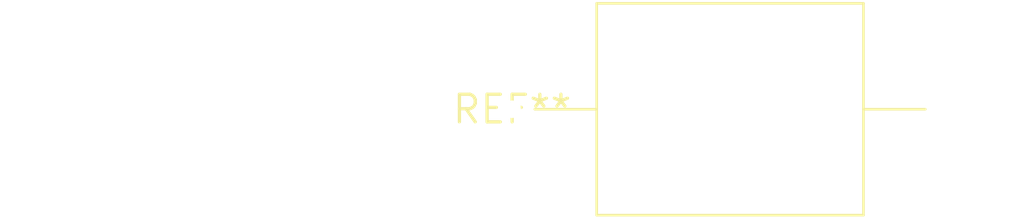
<source format=kicad_pcb>
(kicad_pcb (version 20240108) (generator pcbnew)
  (layers (0 "F.Cu" signal) (31 "B.Cu" signal) (34 "B.Paste" user) (35 "F.Paste" user) (36 "B.SilkS" user "B.Silkscreen") (37 "F.SilkS" user "F.Silkscreen") (38 "B.Mask" user) (39 "F.Mask" user) (44 "Edge.Cuts" user))
  (net 0 "")
  (footprint "C_Axial_L12.0mm_D9.5mm_P20.00mm_Horizontal" (layer "F.Cu") (at 0 0)
    (property "Reference" "REF**")
    (property "Value" "C_Axial_L12.0mm_D9.5mm_P20.00mm_Horizontal")
    (fp_line (start 1.04 0) (end 3.88 0) (layer "F.SilkS") (stroke (width 0.12)))
    (fp_line (start 3.88 -4.87) (end 3.88 4.87) (layer "F.SilkS") (stroke (width 0.12)))
    (fp_line (start 3.88 4.87) (end 16.12 4.87) (layer "F.SilkS") (stroke (width 0.12)))
    (fp_line (start 16.12 -4.87) (end 3.88 -4.87) (layer "F.SilkS") (stroke (width 0.12)))
    (fp_line (start 16.12 4.87) (end 16.12 -4.87) (layer "F.SilkS") (stroke (width 0.12)))
    (fp_line (start 18.96 0) (end 16.12 0) (layer "F.SilkS") (stroke (width 0.12)))
    (pad "1" thru_hole circle (at 0 0) (size 1.6 1.6) (drill 0.8) (layers *.Cu *.Mask) (remove_unused_layers))
    (pad "2" thru_hole oval (at 20 0) (size 1.6 1.6) (drill 0.8) (layers *.Cu *.Mask) (remove_unused_layers))
  )
)
</source>
